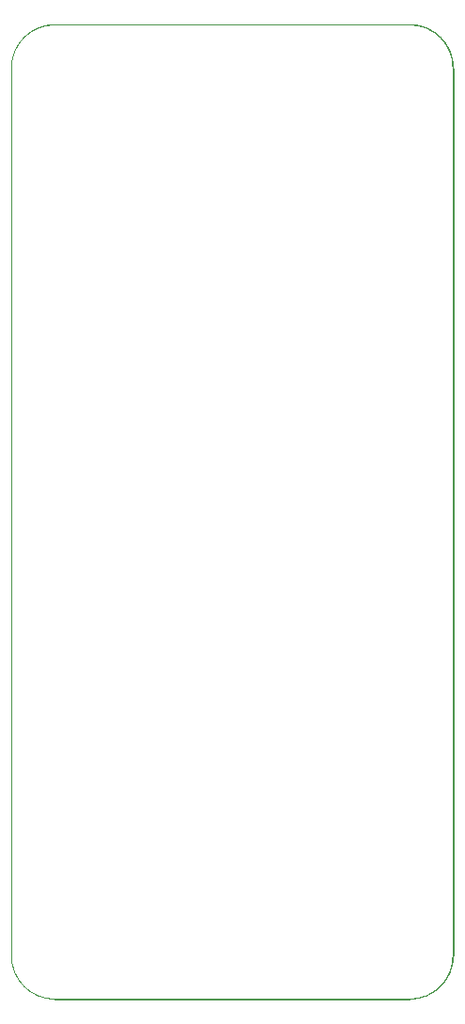
<source format=gm1>
G04 #@! TF.GenerationSoftware,KiCad,Pcbnew,(5.1.8)-1*
G04 #@! TF.CreationDate,2021-04-30T18:53:21-04:00*
G04 #@! TF.ProjectId,5x11-Raspi-Pico-Robot-Version,35783131-2d52-4617-9370-692d5069636f,v1.6*
G04 #@! TF.SameCoordinates,Original*
G04 #@! TF.FileFunction,Profile,NP*
%FSLAX46Y46*%
G04 Gerber Fmt 4.6, Leading zero omitted, Abs format (unit mm)*
G04 Created by KiCad (PCBNEW (5.1.8)-1) date 2021-04-30 18:53:21*
%MOMM*%
%LPD*%
G01*
G04 APERTURE LIST*
G04 #@! TA.AperFunction,Profile*
%ADD10C,0.064516*%
G04 #@! TD*
G04 #@! TA.AperFunction,Profile*
%ADD11C,0.040640*%
G04 #@! TD*
G04 APERTURE END LIST*
D10*
X-719977Y-74819977D02*
X-720626Y-154780440D01*
X39120768Y-154820728D02*
X39121271Y-74859144D01*
X3199351Y-158740202D02*
X35161006Y-158740705D01*
X3239785Y-70900000D02*
X35201294Y-70899382D01*
X-719977Y-74819977D02*
G75*
G02*
X3239785Y-70900000I3919534J649D01*
G01*
X35201126Y-70899382D02*
G75*
G02*
X39121271Y-74859144I817J-3919534D01*
G01*
X39120768Y-154820728D02*
G75*
G02*
X35161006Y-158740705I-3919534J-649D01*
G01*
X3199351Y-158740202D02*
G75*
G02*
X-720626Y-154780440I-649J3919534D01*
G01*
D11*
X-725000Y-74725001D02*
X-725000Y-154825001D01*
X39075000Y-154825001D02*
X39075000Y-74825001D01*
X35175000Y-70925001D02*
X3175000Y-70925001D01*
X3175000Y-158725001D02*
X35175000Y-158725001D01*
X39074994Y-74818194D02*
G75*
G03*
X35175000Y-70925001I-3899994J-6807D01*
G01*
X3175000Y-70925001D02*
G75*
G03*
X-725000Y-74825001I0J-3900000D01*
G01*
X-724994Y-154831808D02*
G75*
G03*
X3175000Y-158725001I3899994J6807D01*
G01*
X35175000Y-158725001D02*
G75*
G03*
X39075000Y-154825001I0J3900000D01*
G01*
M02*

</source>
